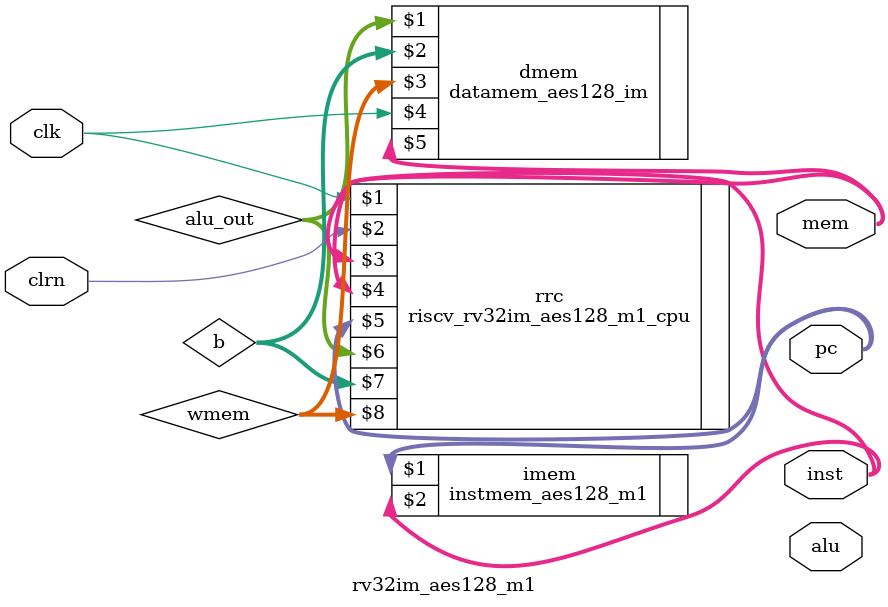
<source format=v>
module rv32im_aes128_m1 (clk, clrn, inst, pc, alu, mem);
  input         clk, clrn;          // clk: 50MHz
  output [31:0] inst, pc, alu, mem;
  wire    [3:0] wmem;
  wire   [31:0] alu_out, b;
  
  riscv_rv32im_aes128_m1_cpu rrc (clk, clrn, inst, mem, pc, alu_out, b, wmem);
  
  instmem_aes128_m1 imem (pc,inst);
  
  datamem_aes128_im dmem (alu_out, b, wmem, clk, mem);
endmodule

</source>
